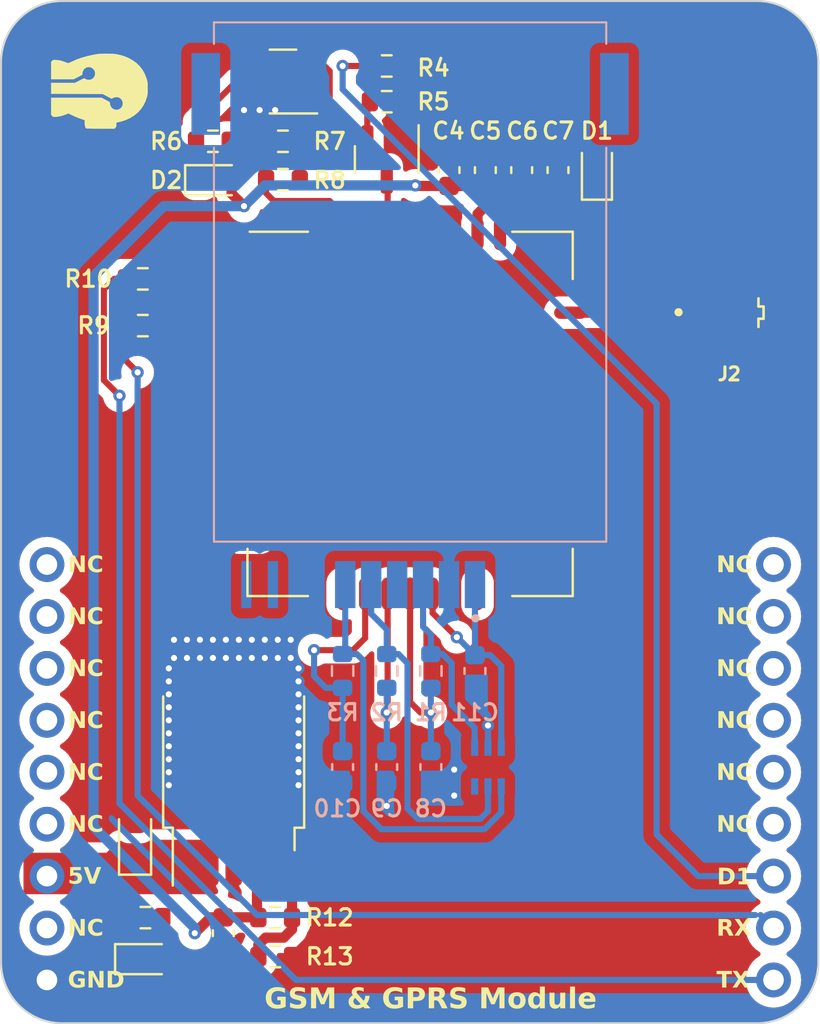
<source format=kicad_pcb>
(kicad_pcb (version 20221018) (generator pcbnew)
  (layers (0 "F.Cu" signal) (31 "B.Cu" signal) (34 "B.Paste" user) (35 "F.Paste" user) (36 "B.SilkS" user "B.Silkscreen") (37 "F.SilkS" user "F.Silkscreen") (38 "B.Mask" user) (39 "F.Mask" user) (44 "Edge.Cuts" user))
  (net 0 "")
  (net 1 "+5V")
  (net 2 "GND")
  (net 3 "SIM_RST")
  (net 4 "SIM_CLK")
  (net 5 "SIM_DATA")
  (net 6 "SIM_VCC")
  (net 7 "Net-(D2-K)")
  (net 8 "/CLK_EN")
  (net 9 "/RST_EN")
  (net 10 "/DATA_EN")
  (net 12 "Net-(D4-A)")
  (net 18 "Net-(Q1-B)")
  (net 19 "Net-(Q1-C)")
  (net 20 "Net-(Q2-B)")
  (net 21 "Net-(Q2-C)")
  (net 22 "D1")
  (net 23 "Net-(U1-NETLIGHT)")
  (net 24 "Net-(U1-UART1_RXD)")
  (net 25 "RX")
  (net 26 "Net-(U1-UART1_TXD)")
  (net 27 "TX")
  (net 28 "Net-(U3-ADJ)")
  (net 63 "+4V")
  (net 64 "Net-(U1-GSM_ANT)")
  (footprint "Resistor_SMD:R_0603_1608Metric" (layer "F.Cu") (at 84.328 66.294 180)
    (fp_text reference "R9" (at 2.413 0) (layer "F.SilkS") (effects (font (size 0.8 0.8) (thickness 0.15) bold)))
    (fp_text value "1k")
    (pad "1" smd roundrect (at -0.825 0 180) (size 0.8 0.95) (layers "F.Cu" "F.Paste" "F.Mask") (net 24 "Net-(U1-UART1_RXD)"))
    (pad "2" smd roundrect (at 0.825 0 180) (size 0.8 0.95) (layers "F.Cu" "F.Paste" "F.Mask") (net 25 "RX"))
  )
  (footprint "Diode_SMD:D_0603_1608Metric" (layer "F.Cu") (at 106.553 58.6485 90)
    (fp_text reference "D1" (at 1.8795 0 180) (layer "F.SilkS") (effects (font (size 0.8 0.8) (thickness 0.15) bold)))
    (fp_text value "5.1V")
    (pad "1" smd roundrect (at -0.7875 0 90) (size 0.875 0.95) (layers "F.Cu" "F.Paste" "F.Mask") (net 63 "+4V"))
    (pad "2" smd roundrect (at 0.7875 0 90) (size 0.875 0.95) (layers "F.Cu" "F.Paste" "F.Mask") (net 2 "GND"))
  )
  (footprint "Resistor_SMD:R_0603_1608Metric" (layer "F.Cu") (at 90.806 97.155)
    (fp_text reference "R13" (at 2.667 0) (layer "F.SilkS") (effects (font (size 0.8 0.8) (thickness 0.15) bold)))
    (fp_text value "100r")
    (pad "1" smd roundrect (at -0.825 0) (size 0.8 0.95) (layers "F.Cu" "F.Paste" "F.Mask") (net 28 "Net-(U3-ADJ)"))
    (pad "2" smd roundrect (at 0.825 0) (size 0.8 0.95) (layers "F.Cu" "F.Paste" "F.Mask") (net 2 "GND"))
  )
  (footprint "Resistor_SMD:R_0603_1608Metric" (layer "F.Cu") (at 96.266 53.594)
    (fp_text reference "R4" (at 2.286 0.097) (layer "F.SilkS") (effects (font (size 0.8 0.8) (thickness 0.15) bold)))
    (fp_text value "4.7k")
    (pad "1" smd roundrect (at -0.825 0) (size 0.8 0.95) (layers "F.Cu" "F.Paste" "F.Mask") (net 22 "D1"))
    (pad "2" smd roundrect (at 0.825 0) (size 0.8 0.95) (layers "F.Cu" "F.Paste" "F.Mask") (net 18 "Net-(Q1-B)"))
  )
  (footprint "Moduler_:pin_header_5-3" (layer "F.Cu") (at 97.38663 88.171433)
    (fp_text reference "U2" hide)
    (fp_text value "~")
    (fp_text user "NC" (at 15.014634 -7.143598 unlocked) (layer "F.SilkS") (effects (font (size 0.8 0.8) (thickness 0.2) bold) (justify left bottom)))
    (fp_text user "NC" (at 15.014634 -7.143598 unlocked) (layer "F.SilkS") (effects (font (size 0.8 0.8) (thickness 0.2) bold) (justify left bottom)))
    (fp_text user "NC" (at -16.735366 -4.603598 unlocked) (layer "F.SilkS") (effects (font (size 0.8 0.8) (thickness 0.2) bold) (justify left bottom)))
    (fp_text user "NC" (at 15.014634 -9.683598 unlocked) (layer "F.SilkS") (effects (font (size 0.8 0.8) (thickness 0.2) bold) (justify left bottom)))
    (fp_text user "GND" (at -16.735366 10.636402 unlocked) (layer "F.SilkS") (effects (font (size 0.8 0.8) (thickness 0.2) bold) (justify left bottom)))
    (fp_text user "NC" (at 15.014634 -4.603598 unlocked) (layer "F.SilkS") (effects (font (size 0.8 0.8) (thickness 0.2) bold) (justify left bottom)))
    (fp_text user "NC" (at -16.735366 -2.063598 unlocked) (layer "F.SilkS") (effects (font (size 0.8 0.8) (thickness 0.2) bold) (justify left bottom)))
    (fp_text user "NC" (at -16.735366 -9.683598 unlocked) (layer "F.SilkS") (effects (font (size 0.8 0.8) (thickness 0.2) bold) (justify left bottom)))
    (fp_text user "NC" (at -16.735366 0.476402 unlocked) (layer "F.SilkS") (effects (font (size 0.8 0.8) (thickness 0.2) bold) (justify left bottom)))
    (fp_text user "TX" (at 15.014634 10.636402 unlocked) (layer "F.SilkS") (effects (font (size 0.8 0.8) (thickness 0.2) bold) (justify left bottom)))
    (fp_text user "NC" (at -16.735366 -4.603598 unlocked) (layer "F.SilkS") (effects (font (size 0.8 0.8) (thickness 0.2) bold) (justify left bottom)))
    (fp_text user "NC" (at 15.014634 0.476402 unlocked) (layer "F.SilkS") (effects (font (size 0.8 0.8) (thickness 0.2) bold) (justify left bottom)))
    (fp_text user "NC" (at 15.014634 0.476402 unlocked) (layer "F.SilkS") (effects (font (size 0.8 0.8) (thickness 0.2) bold) (justify left bottom)))
    (fp_text user "NC" (at -16.735366 -7.143598 unlocked) (layer "F.SilkS") (effects (font (size 0.8 0.8) (thickness 0.2) bold) (justify left bottom)))
    (fp_text user "NC" (at 15.014634 -2.063598 unlocked) (layer "F.SilkS") (effects (font (size 0.8 0.8) (thickness 0.2) bold) (justify left bottom)))
    (fp_text user "NC" (at -16.735366 8.096402 unlocked) (layer "F.SilkS") (effects (font (size 0.8 0.8) (thickness 0.2) bold) (justify left bottom)))
    (fp_text user "RX" (at 15.014634 8.096402 unlocked) (layer "F.SilkS") (effects (font (size 0.8 0.8) (thickness 0.2) bold) (justify left bottom)))
    (fp_text user "GSM & GPRS Module" (at -7.111 11.684 unlocked) (layer "F.SilkS") (effects (font (thickness 0.2) bold) (justify left bottom)))
    (fp_text user "D1" (at 15.0368 5.588 unlocked) (layer "F.SilkS") (effects (font (size 0.8 0.8) (thickness 0.2) bold) (justify left bottom)))
    (fp_text user "NC" (at 15.014634 3.016402 unlocked) (layer "F.SilkS") (effects (font (size 0.8 0.8) (thickness 0.2) bold) (justify left bottom)))
    (fp_text user "5V" (at -16.735366 5.556402 unlocked) (layer "F.SilkS") (effects (font (size 0.8 0.8) (thickness 0.2) bold) (justify left bottom)))
    (fp_text user "NC" (at 15.014634 -4.603598 unlocked) (layer "F.SilkS") (effects (font (size 0.8 0.8) (thickness 0.2) bold) (justify left bottom)))
    (fp_text user "NC" (at 15.014634 -9.683598 unlocked) (layer "F.SilkS") (effects (font (size 0.8 0.8) (thickness 0.2) bold) (justify left bottom)))
    (fp_text user "NC" (at -16.735366 3.016402 unlocked) (layer "F.SilkS") (effects (font (size 0.8 0.8) (thickness 0.2) bold) (justify left bottom)))
    (fp_text user "NC" (at -16.735366 -7.143598 unlocked) (layer "F.SilkS") (effects (font (size 0.8 0.8) (thickness 0.2) bold) (justify left bottom)))
    (fp_text user "NC" (at 15.014634 -2.063598 unlocked) (layer "F.SilkS") (effects (font (size 0.8 0.8) (thickness 0.2) bold) (justify left bottom)))
    (fp_text user "NC" (at -16.735366 -2.063598 unlocked) (layer "F.SilkS") (effects (font (size 0.8 0.8) (thickness 0.2) bold) (justify left bottom)))
    (fp_poly (pts (xy 17.154627 -37.750531) (xy 17.306893 -37.738952) (xy 17.456945 -37.719884) (xy 17.604595 -37.693514) (xy 17.749655 -37.660032) (xy 17.891935 -37.619627) (xy 18.031248 -37.572485) (xy 18.167406 -37.518797) (xy 18.300219 -37.458749) (xy 18.429499 -37.392531) (xy 18.555059 -37.320331) (xy 18.676709 -37.242337) (xy 18.794262 -37.158739) (xy 18.907528 -37.069723) (xy 19.01632 -36.975479) (xy 19.120449 -36.876195) (xy 19.219726 -36.772059) (xy 19.313964 -36.66326) (xy 19.402974 -36.549986) (xy 19.486568 -36.432426) (xy 19.564556 -36.310768) (xy 19.636751 -36.1852) (xy 19.702965 -36.055911) (xy 19.763009 -35.923089) (xy 19.816694 -35.786922) (xy 19.863832 -35.6476) (xy 19.904235 -35.50531) (xy 19.937715 -35.360241) (xy 19.964083 -35.212581) (xy 19.98315 -35.062518) (xy 19.994728 -34.910242) (xy 19.99863 -34.755939) (xy 19.99863 9.244306) (xy 19.994728 9.398609) (xy 19.98315 9.550885) (xy 19.964083 9.700948) (xy 19.937715 9.848608) (xy 19.904235 9.993677) (xy 19.863832 10.135968) (xy 19.816694 10.27529) (xy 19.763009 10.411456) (xy 19.702965 10.544278) (xy 19.636751 10.673567) (xy 19.564556 10.799135) (xy 19.486568 10.920794) (xy 19.402974 11.038354) (xy 19.313964 11.151628) (xy 19.219726 11.260427) (xy 19.120449 11.364562) (xy 19.01632 11.463846) (xy 18.907528 11.55809) (xy 18.794262 11.647106) (xy 18.676709 11.730705) (xy 18.555059 11.808698) (xy 18.429499 11.880898) (xy 18.300219 11.947116) (xy 18.167406 12.007163) (xy 18.031248 12.060852) (xy 17.891935 12.107993) (xy 17.749655 12.148399) (xy 17.604595 12.181881) (xy 17.456945 12.20825) (xy 17.306893 12.227319) (xy 17.154627 12.238898) (xy 17.000335 12.2428) (xy -17.000335 12.2428) (xy -17.154626 12.238898) (xy -17.306893 12.227319) (xy -17.456945 12.20825) (xy -17.604596 12.181881) (xy -17.749655 12.148399) (xy -17.891936 12.107993) (xy -18.031249 12.060852) (xy -18.167406 12.007163) (xy -18.30022 11.947116) (xy -18.4295 11.880898) (xy -18.55506 11.808698) (xy -18.67671 11.730705) (xy -18.794262 11.647106) (xy -18.907529 11.55809) (xy -19.016321 11.463846) (xy -19.120449 11.364562) (xy -19.219727 11.260427) (xy -19.313965 11.151628) (xy -19.402975 11.038354) (xy -19.486568 10.920794) (xy -19.564556 10.799135) (xy -19.636752 10.673567) (xy -19.702965 10.544278) (xy -19.763009 10.411456) (xy -19.816694 10.27529) (xy -19.863832 10.135968) (xy -19.904235 9.993677) (xy -19.937715 9.848608) (xy -19.964083 9.700948) (xy -19.98315 9.550885) (xy -19.994728 9.398609) (xy -19.99863 9.244306) (xy -19.99863 -34.755939) (xy -19.994728 -34.910242) (xy -19.98315 -35.062518) (xy -19.964083 -35.212581) (xy -19.937715 -35.360241) (xy -19.904235 -35.50531) (xy -19.863832 -35.6476) (xy -19.816694 -35.786922) (xy -19.763009 -35.923089) (xy -19.702965 -36.055911) (xy -19.636752 -36.1852) (xy -19.564556 -36.310768) (xy -19.486568 -36.432426) (xy -19.402975 -36.549986) (xy -19.313965 -36.66326) (xy -19.219727 -36.772059) (xy -19.120449 -36.876195) (xy -19.016321 -36.975479) (xy -18.907529 -37.069723) (xy -18.794262 -37.158739) (xy -18.67671 -37.242337) (xy -18.55506 -37.320331) (xy -18.4295 -37.392531) (xy -18.30022 -37.458749) (xy -18.167406 -37.518797) (xy -18.031249 -37.572485) (xy -17.891936 -37.619627) (xy -17.749655 -37.660032) (xy -17.604596 -37.693514) (xy -17.456945 -37.719884) (xy -17.306893 -37.738952) (xy -17.154626 -37.750531) (xy -17.000335 -37.754433) (xy 17.000335 -37.754433)) (stroke (width 0.1)) (fill none) (layer "Edge.Cuts"))
    (pad "1" thru_hole oval (at -17.751366 -10.191598) (size 1.7 1.7) (drill 1) (layers "*.Cu" "*.Mask"))
    (pad "1" thru_hole oval (at -17.751366 -10.191598) (size 1.7 1.7) (drill 1) (layers "*.Cu" "*.Mask"))
    (pad "2" thru_hole oval (at -17.751366 -7.651598) (size 1.7 1.7) (drill 1) (layers "*.Cu" "*.Mask"))
    (pad "2" thru_hole oval (at -17.751366 -7.651598) (size 1.7 1.7) (drill 1) (layers "*.Cu" "*.Mask"))
    (pad "3" thru_hole oval (at -17.751366 -5.111598) (size 1.7 1.7) (drill 1) (layers "*.Cu" "*.Mask"))
    (pad "3" thru_hole oval (at -17.751366 -5.111598) (size 1.7 1.7) (drill 1) (layers "*.Cu" "*.Mask"))
    (pad "4" thru_hole oval (at -17.751366 -2.571598) (size 1.7 1.7) (drill 1) (layers "*.Cu" "*.Mask"))
    (pad "4" thru_hole oval (at -17.751366 -2.571598) (size 1.7 1.7) (drill 1) (layers "*.Cu" "*.Mask"))
    (pad "5" thru_hole oval (at -17.751366 -0.031598) (size 1.7 1.7) (drill 1) (layers "*.Cu" "*.Mask"))
    (pad "5" thru_hole oval (at -17.751366 -0.031598) (size 1.7 1.7) (drill 1) (layers "*.Cu" "*.Mask"))
    (pad "6" thru_hole oval (at -17.751366 2.508402) (size 1.7 1.7) (drill 1) (layers "*.Cu" "*.Mask"))
    (pad "6" thru_hole oval (at -17.751366 2.508402) (size 1.7 1.7) (drill 1) (layers "*.Cu" "*.Mask"))
    (pad "7" thru_hole oval (at -17.751366 5.048402) (size 1.7 1.7) (drill 1) (layers "*.Cu" "*.Mask") (net 1 "+5V"))
    (pad "7" thru_hole oval (at -17.751366 5.048402) (size 1.7 1.7) (drill 1) (layers "*.Cu" "*.Mask") (net 1 "+5V"))
    (pad "8" thru_hole oval (at -17.751366 7.588402) (size 1.7 1.7) (drill 1) (layers "*.Cu" "*.Mask"))
    (pad "8" thru_hole oval (at -17.751366 7.588402) (size 1.7 1.7) (drill 1) (layers "*.Cu" "*.Mask"))
    (pad "9" thru_hole oval (at -17.751366 10.128402) (size 1.7 1.7) (drill 1) (layers "*.Cu" "*.Mask") (net 2 "GND"))
    (pad "9" thru_hole oval (at -17.751366 10.128402) (size 1.7 1.7) (drill 1) (layers "*.Cu" "*.Mask") (net 2 "GND"))
    (pad "10" thru_hole oval (at 17.808634 10.128402) (size 1.7 1.7) (drill 1) (layers "*.Cu" "*.Mask") (net 27 "TX"))
    (pad "10" thru_hole oval (at 17.808634 10.128402) (size 1.7 1.7) (drill 1) (layers "*.Cu" "*.Mask") (net 27 "TX"))
    (pad "11" thru_hole oval (at 17.808634 7.588402) (size 1.7 1.7) (drill 1) (layers "*.Cu" "*.Mask") (net 25 "RX"))
    (pad "11" thru_hole oval (at 17.808634 7.588402) (size 1.7 1.7) (drill 1) (layers "*.Cu" "*.Mask") (net 25 "RX"))
    (pad "12" thru_hole oval (at 17.808634 5.048402) (size 1.7 1.7) (drill 1) (layers "*.Cu" "*.Mask") (net 22 "D1"))
    (pad "12" thru_hole oval (at 17.808634 5.048402) (size 1.7 1.7) (drill 1) (layers "*.Cu" "*.Mask") (net 22 "D1"))
    (pad "13" thru_hole oval (at 17.808634 2.508402) (size 1.7 1.7) (drill 1) (layers "*.Cu" "*.Mask"))
    (pad "13" thru_hole oval (at 17.808634 2.508402) (size 1.7 1.7) (drill 1) (layers "*.Cu" "*.Mask"))
    (pad "14" thru_hole oval (at 17.808634 -0.031598) (size 1.7 1.7) (drill 1) (layers "*.Cu" "*.Mask"))
    (pad "14" thru_hole oval (at 17.808634 -0.031598) (size 1.7 1.7) (drill 1) (layers "*.Cu" "*.Mask"))
    (pad "15" thru_hole oval (at 17.808634 -2.571598) (size 1.7 1.7) (drill 1) (layers "*.Cu" "*.Mask"))
    (pad "15" thru_hole oval (at 17.808634 -2.571598) (size 1.7 1.7) (drill 1) (layers "*.Cu" "*.Mask"))
    (pad "16" thru_hole oval (at 17.808634 -5.111598) (size 1.7 1.7) (drill 1) (layers "*.Cu" "*.Mask"))
    (pad "16" thru_hole oval (at 17.808634 -5.111598) (size 1.7 1.7) (drill 1) (layers "*.Cu" "*.Mask"))
    (pad "17" thru_hole oval (at 17.808634 -7.651598) (size 1.7 1.7) (drill 1) (layers "*.Cu" "*.Mask"))
    (pad "17" thru_hole oval (at 17.808634 -7.651598) (size 1.7 1.7) (drill 1) (layers "*.Cu" "*.Mask"))
    (pad "18" thru_hole oval (at 17.808634 -10.191598) (size 1.7 1.7) (drill 1) (layers "*.Cu" "*.Mask"))
    (pad "18" thru_hole oval (at 17.808634 -10.191598) (size 1.7 1.7) (drill 1) (layers "*.Cu" "*.Mask"))
  )
  (footprint "LED_SMD:LED_0603_1608Metric" (layer "F.Cu") (at 84.456 97.282)
    (fp_text reference "D4" hide)
    (fp_text value "LED")
    (pad "1" smd roundrect (at -0.7875 0) (size 0.875 0.95) (layers "F.Cu" "F.Paste" "F.Mask") (net 2 "GND"))
    (pad "2" smd roundrect (at 0.7875 0) (size 0.875 0.95) (layers "F.Cu" "F.Paste" "F.Mask") (net 12 "Net-(D4-A)"))
  )
  (footprint "Resistor_SMD:R_0603_1608Metric" (layer "F.Cu") (at 90.806 95.25)
    (fp_text reference "R12" (at 2.667 0) (layer "F.SilkS") (effects (font (size 0.8 0.8) (thickness 0.15) bold)))
    (fp_text value "220r")
    (pad "1" smd roundrect (at -0.825 0) (size 0.8 0.95) (layers "F.Cu" "F.Paste" "F.Mask") (net 63 "+4V"))
    (pad "2" smd roundrect (at 0.825 0) (size 0.8 0.95) (layers "F.Cu" "F.Paste" "F.Mask") (net 28 "Net-(U3-ADJ)"))
  )
  (footprint "Resistor_SMD:R_0603_1608Metric" (layer "F.Cu") (at 91.186 59.152)
    (fp_text reference "R8" (at 2.286 0.03) (layer "F.SilkS") (effects (font (size 0.8 0.8) (thickness 0.15) bold)))
    (fp_text value "4.7k")
    (pad "1" smd roundrect (at -0.825 0) (size 0.8 0.95) (layers "F.Cu" "F.Paste" "F.Mask") (net 23 "Net-(U1-NETLIGHT)"))
    (pad "2" smd roundrect (at 0.825 0) (size 0.8 0.95) (layers "F.Cu" "F.Paste" "F.Mask") (net 20 "Net-(Q2-B)"))
  )
  (footprint "Package_TO_SOT_SMD:SOT-23" (layer "F.Cu") (at 96.266 58.166 -90)
    (fp_text reference "Q1" hide)
    (fp_text value "S8050")
    (pad "1" smd roundrect (at -0.9375 -0.95 270) (size 1.475 0.6) (layers "F.Cu" "F.Paste" "F.Mask") (net 2 "GND"))
    (pad "2" smd roundrect (at -0.9375 0.95 270) (size 1.475 0.6) (layers "F.Cu" "F.Paste" "F.Mask") (net 18 "Net-(Q1-B)"))
    (pad "3" smd roundrect (at 0.9375 0 270) (size 1.475 0.6) (layers "F.Cu" "F.Paste" "F.Mask") (net 19 "Net-(Q1-C)"))
  )
  (footprint "Capacitor_SMD:C_0603_1608Metric" (layer "F.Cu") (at 102.87 58.687 90)
    (fp_text reference "C6" (at 1.918 0.03 180) (layer "F.SilkS") (effects (font (size 0.8 0.8) (thickness 0.15) bold)))
    (fp_text value "33pF")
    (pad "1" smd roundrect (at -0.775 0 90) (size 0.9 0.95) (layers "F.Cu" "F.Paste" "F.Mask") (net 63 "+4V"))
    (pad "2" smd roundrect (at 0.775 0 90) (size 0.9 0.95) (layers "F.Cu" "F.Paste" "F.Mask") (net 2 "GND"))
  )
  (footprint "RF_GSM:SIMCom_SIM800C" (layer "F.Cu") (at 97.409 70.612)
    (fp_text reference "U1" hide)
    (fp_text value "SIM800C")
    (pad "1" smd oval (at -7.85 -6.05) (size 1.6 0.6) (layers "F.Cu" "F.Mask") (net 26 "Net-(U1-UART1_TXD)"))
    (pad "2" smd oval (at -7.85 -4.95) (size 1.6 0.6) (layers "F.Cu" "F.Mask") (net 24 "Net-(U1-UART1_RXD)"))
    (pad "3" smd oval (at -7.85 -3.85) (size 1.6 0.6) (layers "F.Cu" "F.Mask"))
    (pad "4" smd oval (at -7.85 -2.75) (size 1.6 0.6) (layers "F.Cu" "F.Mask"))
    (pad "5" smd oval (at -7.85 -1.65) (size 1.6 0.6) (layers "F.Cu" "F.Mask"))
    (pad "6" smd oval (at -7.85 -0.55) (size 1.6 0.6) (layers "F.Cu" "F.Mask"))
    (pad "7" smd oval (at -7.85 0.55) (size 1.6 0.6) (layers "F.Cu" "F.Mask"))
    (pad "8" smd oval (at -7.85 1.65) (size 1.6 0.6) (layers "F.Cu" "F.Mask") (net 2 "GND"))
    (pad "9" smd oval (at -7.85 2.75) (size 1.6 0.6) (layers "F.Cu" "F.Mask"))
    (pad "10" smd oval (at -7.85 3.85) (size 1.6 0.6) (layers "F.Cu" "F.Mask"))
    (pad "11" smd oval (at -7.85 4.95) (size 1.6 0.6) (layers "F.Cu" "F.Mask"))
    (pad "12" smd oval (at -7.85 6.05) (size 1.6 0.6) (layers "F.Cu" "F.Mask"))
    (pad "13" smd oval (at -4.4 8.8) (size 0.6 1.6) (layers "F.Cu" "F.Mask") (net 2 "GND"))
    (pad "14" smd oval (at -3.3 8.8) (size 0.6 1.6) (layers "F.Cu" "F.Mask"))
    (pad "15" smd oval (at -2.2 8.8) (size 0.6 1.6) (layers "F.Cu" "F.Mask") (net 5 "SIM_DATA"))
    (pad "16" smd oval (at -1.1 8.8) (size 0.6 1.6) (layers "F.Cu" "F.Mask") (net 4 "SIM_CLK"))
    (pad "17" smd oval (at 0 8.8) (size 0.6 1.6) (layers "F.Cu" "F.Mask") (net 3 "SIM_RST"))
    (pad "18" smd oval (at 1.1 8.8) (size 0.6 1.6) (layers "F.Cu" "F.Mask") (net 6 "SIM_VCC"))
    (pad "19" smd oval (at 2.2 8.8) (size 0.6 1.6) (layers "F.Cu" "F.Mask") (net 2 "GND"))
    (pad "20" smd oval (at 3.3 8.8) (size 0.6 1.6) (layers "F.Cu" "F.Mask"))
    (pad "21" smd oval (at 4.4 8.8) (size 0.6 1.6) (layers "F.Cu" "F.Mask") (net 2 "GND"))
    (pad "22" smd oval (at 7.85 6.05) (size 1.6 0.6) (layers "F.Cu" "F.Mask"))
    (pad "23" smd oval (at 7.85 4.95) (size 1.6 0.6) (layers "F.Cu" "F.Mask"))
    (pad "24" smd oval (at 7.85 3.85) (size 1.6 0.6) (layers "F.Cu" "F.Mask"))
    (pad "25" smd oval (at 7.85 2.75) (size 1.6 0.6) (layers "F.Cu" "F.Mask"))
    (pad "26" smd oval (at 7.85 1.65) (size 1.6 0.6) (layers "F.Cu" "F.Mask"))
    (pad "27" smd oval (at 7.85 0.55) (size 1.6 0.6) (layers "F.Cu" "F.Mask") (net 2 "GND"))
    (pad "28" smd oval (at 7.85 -0.55) (size 1.6 0.6) (layers "F.Cu" "F.Mask"))
    (pad "29" smd oval (at 7.85 -1.65) (size 1.6 0.6) (layers "F.Cu" "F.Mask"))
    (pad "30" smd oval (at 7.85 -2.75) (size 1.6 0.6) (layers "F.Cu" "F.Mask") (net 2 "GND"))
    (pad "31" smd oval (at 7.85 -3.85) (size 1.6 0.6) (layers "F.Cu" "F.Mask") (net 2 "GND"))
    (pad "32" smd oval (at 7.85 -4.95) (size 1.6 0.6) (layers "F.Cu" "F.Mask") (net 64 "Net-(U1-GSM_ANT)"))
    (pad "33" smd oval (at 7.85 -6.05) (size 1.6 0.6) (layers "F.Cu" "F.Mask") (net 2 "GND"))
    (pad "34" smd oval (at 4.4 -8.8) (size 0.6 1.6) (layers "F.Cu" "F.Mask") (net 63 "+4V"))
    (pad "35" smd oval (at 3.3 -8.8) (size 0.6 1.6) (layers "F.Cu" "F.Mask") (net 63 "+4V"))
    (pad "36" smd oval (at 2.2 -8.8) (size 0.6 1.6) (layers "F.Cu" "F.Mask") (net 2 "GND"))
    (pad "37" smd oval (at 1.1 -8.8) (size 0.6 1.6) (layers "F.Cu" "F.Mask") (net 2 "GND"))
    (pad "38" smd oval (at 0 -8.8) (size 0.6 1.6) (layers "F.Cu" "F.Mask"))
    (pad "39" smd oval (at -1.1 -8.8) (size 0.6 1.6) (layers "F.Cu" "F.Mask") (net 19 "Net-(Q1-C)"))
    (pad "40" smd oval (at -2.2 -8.8) (size 0.6 1.6) (layers "F.Cu" "F.Mask"))
    (pad "41" smd oval (at -3.3 -8.8) (size 0.6 1.6) (layers "F.Cu" "F.Mask") (net 23 "Net-(U1-NETLIGHT)"))
    (pad "42" smd oval (at -4.4 -8.8) (size 0.6 1.6) (layers "F.Cu" "F.Mask"))
  )
  (footprint "Capacitor_SMD:C_0603_1608Metric" (layer "F.Cu") (at 104.648 58.687 90)
    (fp_text reference "C7" (at 1.918 0.0092 180) (layer "F.SilkS") (effects (font (size 0.8 0.8) (thickness 0.15) bold)))
    (fp_text value "10pF")
    (pad "1" smd roundrect (at -0.775 0 90) (size 0.9 0.95) (layers "F.Cu" "F.Paste" "F.Mask") (net 63 "+4V"))
    (pad "2" smd roundrect (at 0.775 0 90) (size 0.9 0.95) (layers "F.Cu" "F.Paste" "F.Mask") (net 2 "GND"))
  )
  (footprint "Resistor_SMD:R_0603_1608Metric" (layer "F.Cu") (at 91.186 57.277)
    (fp_text reference "R7" (at 2.286 0) (layer "F.SilkS") (effects (font (size 0.8 0.8) (thickness 0.15) bold)))
    (fp_text value "44.2k")
    (pad "1" smd roundrect (at -0.825 0) (size 0.8 0.95) (layers "F.Cu" "F.Paste" "F.Mask") (net 2 "GND"))
    (pad "2" smd roundrect (at 0.825 0) (size 0.8 0.95) (layers "F.Cu" "F.Paste" "F.Mask") (net 20 "Net-(Q2-B)"))
  )
  (footprint "Package_TO_SOT_SMD:SOT-23" (layer "F.Cu") (at 91.186 54.356 180)
    (fp_text reference "Q2" hide)
    (fp_text value "S8050")
    (pad "1" smd roundrect (at -0.9375 -0.95 180) (size 1.475 0.6) (layers "F.Cu" "F.Paste" "F.Mask") (net 2 "GND"))
    (pad "2" smd roundrect (at -0.9375 0.95 180) (size 1.475 0.6) (layers "F.Cu" "F.Paste" "F.Mask") (net 20 "Net-(Q2-B)"))
    (pad "3" smd roundrect (at 0.9375 0 180) (size 1.475 0.6) (layers "F.Cu" "F.Paste" "F.Mask") (net 21 "Net-(Q2-C)"))
  )
  (footprint "Resistor_SMD:R_0603_1608Metric" (layer "F.Cu") (at 84.456 95.25)
    (fp_text reference "R11" hide)
    (fp_text value "R")
    (pad "1" smd roundrect (at -0.825 0) (size 0.8 0.95) (layers "F.Cu" "F.Paste" "F.Mask") (net 1 "+5V"))
    (pad "2" smd roundrect (at 0.825 0) (size 0.8 0.95) (layers "F.Cu" "F.Paste" "F.Mask") (net 12 "Net-(D4-A)"))
  )
  (footprint "Capacitor_Tantalum_SMD:CP_EIA-2012-12_Kemet-R" (layer "F.Cu") (at 83.948 91.44 90)
    (fp_text reference "C1" hide)
    (fp_text value "10uF")
    (pad "1" smd roundrect (at -0.8875 0 90) (size 1.125 1.05) (layers "F.Cu" "F.Paste" "F.Mask") (roundrect_rratio 0.238095) (net 1 "+5V"))
    (pad "2" smd roundrect (at 0.8875 0 90) (size 1.125 1.05) (layers "F.Cu" "F.Paste" "F.Mask") (roundrect_rratio 0.238095) (net 2 "GND"))
  )
  (footprint "L-KLS1-IPEX-20279-001E-0:L-KLS1-IPEX-20279-001E-0" (layer "F.Cu") (at 113.158 65.659 180)
    (fp_text reference "J2" (at 0.12855 -3.00313) (layer "F.SilkS") (effects (font (size 0.64063 0.64063))))
    (fp_text value "20279-001E-01")
    (pad "1" smd rect (at 1.525 0 180) (size 1.05 1) (layers "F.Cu" "F.Paste" "F.Mask") (net 64 "Net-(U1-GSM_ANT)"))
    (pad "2" smd rect (at 0 -1.475 180) (size 2.2 1.05) (layers "F.Cu" "F.Paste" "F.Mask") (net 2 "GND"))
    (pad "3" smd rect (at 0 1.475 180) (size 2.2 1.05) (layers "F.Cu" "F.Paste" "F.Mask") (net 2 "GND"))
    (zone (net 0) (net_name "") (layer "F.Cu") (connect_pads (clearance 0)) (min_thickness 0.01)
      (keepout (tracks not_allowed) (vias not_allowed) (pads not_allowed) (copperpour not_allowed) (footprints allowed))
      (fill (thermal_gap 0.508) (thermal_bridge_width 0.508))
      (polygon (pts (xy 114.258 66.609) (xy 112.158 66.609) (xy 112.158 64.709) (xy 114.258 64.709)))
    )
  )
  (footprint "Resistor_SMD:R_0603_1608Metric" (layer "F.Cu") (at 96.266 55.342)
    (fp_text reference "R5" (at 2.286 0) (layer "F.SilkS") (effects (font (size 0.8 0.8) (thickness 0.15) bold)))
    (fp_text value "44.2k")
    (pad "1" smd roundrect (at -0.825 0) (size 0.8 0.95) (layers "F.Cu" "F.Paste" "F.Mask") (net 18 "Net-(Q1-B)"))
    (pad "2" smd roundrect (at 0.825 0) (size 0.8 0.95) (layers "F.Cu" "F.Paste" "F.Mask") (net 2 "GND"))
  )
  (footprint "Capacitor_SMD:C_0603_1608Metric" (layer "F.Cu") (at 101.092 58.687 90)
    (fp_text reference "C5" (at 1.918 0 180) (layer "F.SilkS") (effects (font (size 0.8 0.8) (thickness 0.15) bold)))
    (fp_text value "100nF")
    (pad "1" smd roundrect (at -0.775 0 90) (size 0.9 0.95) (layers "F.Cu" "F.Paste" "F.Mask") (net 63 "+4V"))
    (pad "2" smd roundrect (at 0.775 0 90) (size 0.9 0.95) (layers "F.Cu" "F.Paste" "F.Mask") (net 2 "GND"))
  )
  (footprint "Capacitor_SMD:C_0603_1608Metric" (layer "F.Cu") (at 99.314 58.687 90)
    (fp_text reference "C4" (at 1.918 -0.03 180) (layer "F.SilkS") (effects (font (size 0.8 0.8) (thickness 0.15) bold)))
    (fp_text value "47uF")
    (pad "1" smd roundrect (at -0.775 0 90) (size 0.9 0.95) (layers "F.Cu" "F.Paste" "F.Mask") (net 63 "+4V"))
    (pad "2" smd roundrect (at 0.775 0 90) (size 0.9 0.95) (layers "F.Cu" "F.Paste" "F.Mask") (net 2 "GND"))
  )
  (footprint "Resistor_SMD:R_0603_1608Metric" (layer "F.Cu") (at 87.757 57.277)
    (fp_text reference "R6" (at -2.286 0) (layer "F.SilkS") (effects (font (size 0.8 0.8) (thickness 0.15) bold)))
    (fp_text value "2k")
    (pad "1" smd roundrect (at -0.825 0) (size 0.8 0.95) (layers "F.Cu" "F.Paste" "F.Mask") (net 21 "Net-(Q2-C)"))
    (pad "2" smd roundrect (at 0.825 0) (size 0.8 0.95) (layers "F.Cu" "F.Paste" "F.Mask") (net 7 "Net-(D2-K)"))
  )
  (footprint "Package_TO_SOT_SMD:TO-252-5_TabPin3" (layer "F.Cu") (at 88.774 87.543 90)
    (fp_text reference "U3" hide)
    (fp_text value "MIC29302AWD")
    (pad "1" smd roundrect (at -5.04 -2.28 90) (size 2.2 0.8) (layers "F.Cu" "F.Paste" "F.Mask") (net 1 "+5V"))
    (pad "2" smd roundrect (at -5.04 -1.14 90) (size 2.2 0.8) (layers "F.Cu" "F.Paste" "F.Mask") (net 1 "+5V"))
    (pad "3" smd roundrect (at -5.04 0 90) (size 2.2 0.8) (layers "F.Cu" "F.Paste" "F.Mask") (net 2 "GND"))
    (pad "3" smd roundrect (at -0.415 -1.525 90) (size 3.05 2.75) (layers "F.Cu" "F.Paste") (roundrect_rratio 0.090909) (net 2 "GND"))
    (pad "3" smd roundrect (at -0.415 1.525 90) (size 3.05 2.75) (layers "F.Cu" "F.Paste") (roundrect_rratio 0.090909) (net 2 "GND"))
    (pad "3" smd roundrect (at 1.26 0 90) (size 6.4 5.8) (layers "F.Cu" "F.Mask") (roundrect_rratio 0.043103) (net 2 "GND"))
    (pad "3" smd roundrect (at 2.935 -1.525 90) (size 3.05 2.75) (layers "F.Cu" "F.Paste") (roundrect_rratio 0.090909) (net 2 "GND"))
    (pad "3" smd roundrect (at 2.935 1.525 90) (size 3.05 2.75) (layers "F.Cu" "F.Paste") (roundrect_rratio 0.090909) (net 2 "GND"))
    (pad "4" smd roundrect (at -5.04 1.14 90) (size 2.2 0.8) (layers "F.Cu" "F.Paste" "F.Mask") (net 63 "+4V"))
    (pad "5" smd roundrect (at -5.04 2.28 90) (size 2.2 0.8) (layers "F.Cu" "F.Paste" "F.Mask") (net 28 "Net-(U3-ADJ)"))
  )
  (footprint "Resistor_SMD:R_0603_1608Metric" (layer "F.Cu") (at 84.328 64.008 180)
    (fp_text reference "R10" (at 2.667 0) (layer "F.SilkS") (effects (font (size 0.8 0.8) (thickness 0.15) bold)))
    (fp_text value "1k")
    (pad "1" smd roundrect (at -0.825 0 180) (size 0.8 0.95) (layers "F.Cu" "F.Paste" "F.Mask") (net 26 "Net-(U1-UART1_TXD)"))
    (pad "2" smd roundrect (at 0.825 0 180) (size 0.8 0.95) (layers "F.Cu" "F.Paste" "F.Mask") (net 27 "TX"))
  )
  (footprint "LED_SMD:LED_0603_1608Metric" (layer "F.Cu") (at 87.884 59.182)
    (fp_text reference "D2" (at -2.413 0) (layer "F.SilkS") (effects (font (size 0.8 0.8) (thickness 0.15) bold)))
    (fp_text value "LED")
    (pad "1" smd roundrect (at -0.7875 0) (size 0.875 0.95) (layers "F.Cu" "F.Paste" "F.Mask") (net 7 "Net-(D2-K)"))
    (pad "2" smd roundrect (at 0.7875 0) (size 0.875 0.95) (layers "F.Cu" "F.Paste" "F.Mask") (net 63 "+4V"))
  )
  (footprint "Capacitor_SMD:C_0603_1608Metric" (layer "F.Cu") (at 88.266 96.012 -90)
    (fp_text reference "C2" hide)
    (fp_text value "22uF")
    (pad "1" smd roundrect (at -0.775 0 270) (size 0.9 0.95) (layers "F.Cu" "F.Paste" "F.Mask") (net 63 "+4V"))
    (pad "2" smd roundrect (at 0.775 0 270) (size 0.9 0.95) (layers "F.Cu" "F.Paste" "F.Mask") (net 2 "GND"))
  )
  (footprint "Resistor_SMD:R_0603_1608Metric" (layer "B.Cu") (at 98.425 83.185 90)
    (fp_text reference "R1" (at -2.032 0 180) (layer "B.SilkS") (effects (font (size 0.8 0.8) (thickness 0.15) bold) (justify mirror)))
    (fp_text value "51r")
    (pad "1" smd roundrect (at -0.825 0 90) (size 0.8 0.95) (layers "B.Cu" "B.Paste" "B.Mask") (net 3 "SIM_RST"))
    (pad "2" smd roundrect (at 0.825 0 90) (size 0.8 0.95) (layers "B.Cu" "B.Paste" "B.Mask") (net 9 "/RST_EN"))
  )
  (footprint "Capacitor_SMD:C_0603_1608Metric" (layer "B.Cu") (at 96.266 87.884 -90)
    (fp_text reference "C9" (at 2.032 0 -180) (layer "B.SilkS") (effects (font (size 0.8 0.8) (thickness 0.15) bold) (justify mirror)))
    (fp_text value "22pF")
    (pad "1" smd roundrect (at -0.775 0 270) (size 0.9 0.95) (layers "B.Cu" "B.Paste" "B.Mask") (net 4 "SIM_CLK"))
    (pad "2" smd roundrect (at 0.775 0 270) (size 0.9 0.95) (layers "B.Cu" "B.Paste" "B.Mask") (net 2 "GND"))
  )
  (footprint "Resistor_SMD:R_0603_1608Metric" (layer "B.Cu") (at 96.266 83.185 90)
    (fp_text reference "R2" (at -2.032 0) (layer "B.SilkS") (effects (font (size 0.8 0.8) (thickness 0.15) bold) (justify mirror)))
    (fp_text value "51r")
    (pad "1" smd roundrect (at -0.825 0 90) (size 0.8 0.95) (layers "B.Cu" "B.Paste" "B.Mask") (net 4 "SIM_CLK"))
    (pad "2" smd roundrect (at 0.825 0 90) (size 0.8 0.95) (layers "B.Cu" "B.Paste" "B.Mask") (net 8 "/CLK_EN"))
  )
  (footprint "Capacitor_SMD:C_0603_1608Metric" (layer "B.Cu") (at 94.107 87.884 -90)
    (fp_text reference "C10" (at 2.032 0.253 -180) (layer "B.SilkS") (effects (font (size 0.8 0.8) (thickness 0.15) bold) (justify mirror)))
    (fp_text value "22pF")
    (pad "1" smd roundrect (at -0.775 0 270) (size 0.9 0.95) (layers "B.Cu" "B.Paste" "B.Mask") (net 5 "SIM_DATA"))
    (pad "2" smd roundrect (at 0.775 0 270) (size 0.9 0.95) (layers "B.Cu" "B.Paste" "B.Mask") (net 2 "GND"))
  )
  (footprint "Capacitor_SMD:C_0603_1608Metric" (layer "B.Cu") (at 100.584 83.185 -90)
    (fp_text reference "C11" (at 2.032 0 -180) (layer "B.SilkS") (effects (font (size 0.8 0.8) (thickness 0.15) bold) (justify mirror)))
    (fp_text value "0.1uF")
    (pad "1" smd roundrect (at -0.775 0 270) (size 0.9 0.95) (layers "B.Cu" "B.Paste" "B.Mask") (net 6 "SIM_VCC"))
    (pad "2" smd roundrect (at 0.775 0 270) (size 0.9 0.95) (layers "B.Cu" "B.Paste" "B.Mask") (net 2 "GND"))
  )
  (footprint "SMF05C:SC70-6" (layer "B.Cu") (at 101.219 87.884)
    (fp_text reference "D3" hide)
    (fp_text value "SMF05C")
    (pad "1" smd rect (at -0.65 -0.95) (size 0.35 0.8) (layers "B.Cu") (net 9 "/RST_EN"))
    (pad "2" smd rect (at 0 -0.95) (size 0.35 0.8) (layers "B.Cu") (net 2 "GND"))
    (pad "3" smd rect (at 0.65 -0.95) (size 0.35 0.8) (layers "B.Cu") (net 6 "SIM_VCC"))
    (pad "4" smd rect (at 0.65 0.95) (size 0.35 0.8) (layers "B.Cu") (net 10 "/DATA_EN"))
    (pad "5" smd rect (at 0 0.95) (size 0.35 0.8) (layers "B.Cu") (net 8 "/CLK_EN"))
    (pad "6" smd rect (at -0.65 0.95) (size 0.35 0.8) (layers "B.Cu"))
  )
  (footprint "Resistor_SMD:R_0603_1608Metric" (layer "B.Cu") (at 94.107 83.185 90)
    (fp_text reference "R3" (at -2.032 0) (layer "B.SilkS") (effects (font (size 0.8 0.8) (thickness 0.15) bold) (justify mirror)))
    (fp_text value "51r")
    (pad "1" smd roundrect (at -0.825 0 90) (size 0.8 0.95) (layers "B.Cu" "B.Paste" "B.Mask") (net 5 "SIM_DATA"))
    (pad "2" smd roundrect (at 0.825 0 90) (size 0.8 0.95) (layers "B.Cu" "B.Paste" "B.Mask") (net 10 "/DATA_EN"))
  )
  (footprint "sim:LKLS1SIM06462PH185R" (layer "B.Cu") (at 97.409 65.211)
    (fp_text reference "J1" hide)
    (fp_text value "sim" hide)
    (pad "C1" smd rect (at 3.175 13.75) (size 1 2.3) (layers "B.Cu" "B.Paste" "B.Mask") (net 6 "SIM_VCC"))
    (pad "C2" smd rect (at 0.635 13.75) (size 1 2.3) (layers "B.Cu" "B.Paste" "B.Mask") (net 9 "/RST_EN"))
    (pad "C3" smd rect (at -1.905 13.75) (size 1 2.3) (layers "B.Cu" "B.Paste" "B.Mask") (net 8 "/CLK_EN"))
    (pad "C5" smd rect (at 1.905 13.75) (size 1 2.3) (layers "B.Cu" "B.Paste" "B.Mask") (net 2 "GND"))
    (pad "C6" smd rect (at -0.635 13.75) (size 1 2.3) (layers "B.Cu" "B.Paste" "B.Mask"))
    (pad "C7" smd rect (at -3.175 13.75) (size 1 2.3) (layers "B.Cu" "B.Paste" "B.Mask") (net 10 "/DATA_EN"))
    (pad "MP1" smd rect (at -10 -10.25) (size 1.4 4) (layers "B.Cu" "B.Paste" "B.Mask"))
    (pad "MP2" smd rect (at 10 -10.25) (size 1.4 4) (layers "B.Cu" "B.Paste" "B.Mask"))
    (pad "SW1" smd rect (at -6.715 13.75) (size 0.5 2.3) (layers "B.Cu" "B.Paste" "B.Mask"))
    (pad "SW2" smd rect (at -8.015 13.75) (size 0.5 2.3) (layers "B.Cu" "B.Paste" "B.Mask"))
  )
  (footprint "Capacitor_SMD:C_0603_1608Metric" (layer "B.Cu") (at 98.425 87.884 -90)
    (fp_text reference "C8" (at 2.032 0 -180) (layer "B.SilkS") (effects (font (size 0.8 0.8) (thickness 0.15) bold) (justify mirror)))
    (fp_text value "22pF")
    (pad "1" smd roundrect (at -0.775 0 270) (size 0.9 0.95) (layers "B.Cu" "B.Paste" "B.Mask") (net 3 "SIM_RST"))
    (pad "2" smd roundrect (at 0.775 0 270) (size 0.9 0.95) (layers "B.Cu" "B.Paste" "B.Mask") (net 2 "GND"))
  )
  (segment (start 83.884 93.79) (end 83.82 93.726) (width 0.5) (layer "F.Cu") (net 1))
  (segment (start 83.884 95.25) (end 83.884 93.79) (width 0.5) (layer "F.Cu") (net 1))
  (via (at 86.488 82.55) (size 0.6) (drill 0.3) (layers "F.Cu" "B.Cu") (net 2))
  (via (at 85.599 83.058) (size 0.6) (drill 0.3) (layers "F.Cu" "B.Cu") (net 2))
  (via (at 91.568 82.55) (size 0.6) (drill 0.3) (layers "F.Cu" "B.Cu") (net 2))
  (via (at 99.568 89.281) (size 0.6) (drill 0.3) (layers "F.Cu" "B.Cu") (net 2))
  (via (at 101.219 85.852) (size 0.6) (drill 0.3) (layers "F.Cu" "B.Cu") (net 2))
  (via (at 91.949 87.503) (size 0.6) (drill 0.3) (layers "F.Cu" "B.Cu") (net 2))
  (via (at 99.568 88.011) (size 0.6) (drill 0.3) (layers "F.Cu" "B.Cu") (net 2))
  (via (at 90.932 81.661) (size 0.6) (drill 0.3) (layers "F.Cu" "B.Cu") (net 2))
  (via (at 85.853 82.55) (size 0.6) (drill 0.3) (layers "F.Cu" "B.Cu") (net 2))
  (via (at 91.949 84.963) (size 0.6) (drill 0.3) (layers "F.Cu" "B.Cu") (net 2))
  (via (at 85.599 85.598) (size 0.6) (drill 0.3) (layers "F.Cu" "B.Cu") (net 2))
  (via (at 96.266 89.789) (size 0.6) (drill 0.3) (layers "F.Cu" "B.Cu") (net 2))
  (via (at 91.949 83.693) (size 0.6) (drill 0.3) (layers "F.Cu" "B.Cu") (net 2))
  (via (at 89.027 81.661) (size 0.6) (drill 0.3) (layers "F.Cu" "B.Cu") (net 2))
  (via (at 90.933 82.55) (size 0.6) (drill 0.3) (layers "F.Cu" "B.Cu") (net 2))
  (via (at 89.662 81.661) (size 0.6) (drill 0.3) (layers "F.Cu" "B.Cu") (net 2))
  (via (at 91.949 88.773) (size 0.6) (drill 0.3) (layers "F.Cu" "B.Cu") (net 2))
  (via (at 91.567 81.661) (size 0.6) (drill 0.3) (layers "F.Cu" "B.Cu") (net 2))
  (via (at 91.949 86.868) (size 0.6) (drill 0.3) (layers "F.Cu" "B.Cu") (net 2))
  (via (at 87.123 82.55) (size 0.6) (drill 0.3) (layers "F.Cu" "B.Cu") (net 2))
  (via (at 91.949 85.598) (size 0.6) (drill 0.3) (layers "F.Cu" "B.Cu") (net 2))
  (via (at 91.949 86.233) (size 0.6) (drill 0.3) (layers "F.Cu" "B.Cu") (net 2))
  (via (at 89.281 55.753) (size 0.6) (drill 0.3) (layers "F.Cu" "B.Cu") (net 2))
  (via (at 90.805 55.753) (size 0.6) (drill 0.3) (layers "F.Cu" "B.Cu") (net 2))
  (via (at 87.758 82.55) (size 0.6) (drill 0.3) (layers "F.Cu" "B.Cu") (net 2))
  (via (at 85.599 87.503) (size 0.6) (drill 0.3) (layers "F.Cu" "B.Cu") (net 2))
  (via (at 85.599 88.138) (size 0.6) (drill 0.3) (layers "F.Cu" "B.Cu") (net 2))
  (via (at 85.599 84.963) (size 0.6) (drill 0.3) (layers "F.Cu" "B.Cu") (net 2))
  (via (at 91.949 84.328) (size 0.6) (drill 0.3) (layers "F.Cu" "B.Cu") (net 2))
  (via (at 85.599 83.693) (size 0.6) (drill 0.3) (layers "F.Cu" "B.Cu") (net 2))
  (via (at 88.392 81.661) (size 0.6) (drill 0.3) (layers "F.Cu" "B.Cu") (net 2))
  (via (at 90.298 82.55) (size 0.6) (drill 0.3) (layers "F.Cu" "B.Cu") (net 2))
  (via (at 85.599 88.773) (size 0.6) (drill 0.3) (layers "F.Cu" "B.Cu") (net 2))
  (via (at 90.043 55.753) (size 0.6) (drill 0.3) (layers "F.Cu" "B.Cu") (net 2))
  (via (at 85.599 86.233) (size 0.6) (drill 0.3) (layers "F.Cu" "B.Cu") (net 2))
  (via (at 85.599 84.328) (size 0.6) (drill 0.3) (layers "F.Cu" "B.Cu") (net 2))
  (via (at 88.393 82.55) (size 0.6) (drill 0.3) (layers "F.Cu" "B.Cu") (net 2))
  (via (at 89.663 82.55) (size 0.6) (drill 0.3) (layers "F.Cu" "B.Cu") (net 2))
  (via (at 85.599 86.868) (size 0.6) (drill 0.3) (layers "F.Cu" "B.Cu") (net 2))
  (via (at 86.487 81.661) (size 0.6) (drill 0.3) (layers "F.Cu" "B.Cu") (net 2))
  (via (at 90.297 81.661) (size 0.6) (drill 0.3) (layers "F.Cu" "B.Cu") (net 2))
  (via (at 85.852 81.661) (size 0.6) (drill 0.3) (layers "F.Cu" "B.Cu") (net 2))
  (via (at 89.028 82.55) (size 0.6) (drill 0.3) (layers "F.Cu" "B.Cu") (net 2))
  (via (at 91.949 88.138) (size 0.6) (drill 0.3) (layers "F.Cu" "B.Cu") (net 2))
  (via (at 87.122 81.661) (size 0.6) (drill 0.3) (layers "F.Cu" "B.Cu") (net 2))
  (via (at 91.949 83.058) (size 0.6) (drill 0.3) (layers "F.Cu" "B.Cu") (net 2))
  (via (at 87.757 81.661) (size 0.6) (drill 0.3) (layers "F.Cu" "B.Cu") (net 2))
  (segment (start 101.219 85.852) (end 101.219 85.344) (width 0.3) (layer "B.Cu") (net 2))
  (segment (start 101.219 86.934) (end 101.219 85.852) (width 0.3) (layer "B.Cu") (net 2))
  (segment (start 101.219 85.344) (end 100.711 84.836) (width 0.3) (layer "B.Cu") (net 2))
  (segment (start 100.711 84.087) (end 100.584 83.96) (width 0.3) (layer "B.Cu") (net 2))
  (segment (start 100.711 84.836) (end 100.711 84.087) (width 0.3) (layer "B.Cu") (net 2))
  (segment (start 97.409 79.412) (end 97.409 84.709) (width 0.3) (layer "F.Cu") (net 3))
  (segment (start 97.917 85.217) (end 98.425 85.217) (width 0.3) (layer "F.Cu") (net 3))
  (segment (start 97.409 84.709) (end 97.917 85.217) (width 0.3) (layer "F.Cu") (net 3))
  (via (at 98.425 85.217) (size 0.6) (drill 0.3) (layers "F.Cu" "B.Cu") (net 3))
  (segment (start 98.425 85.217) (end 98.425 87.109) (width 0.3) (layer "B.Cu") (net 3))
  (segment (start 98.425 84.01) (end 98.425 85.217) (width 0.3) (layer "B.Cu") (net 3))
  (segment (start 96.309 85.174) (end 96.266 85.217) (width 0.3) (layer "F.Cu") (net 4))
  (segment (start 96.309 79.412) (end 96.309 85.174) (width 0.3) (layer "F.Cu") (net 4))
  (via (at 96.266 85.217) (size 0.6) (drill 0.3) (layers "F.Cu" "B.Cu") (net 4))
  (segment (start 96.266 84.01) (end 96.266 85.217) (width 0.3) (layer "B.Cu") (net 4))
  (segment (start 96.266 85.217) (end 96.266 87.109) (width 0.3) (layer "B.Cu") (net 4))
  (segment (start 92.71 82.169) (end 94.615 82.169) (width 0.3) (layer "F.Cu") (net 5))
  (segment (start 94.615 82.169) (end 95.209 81.575) (width 0.3) (layer "F.Cu") (net 5))
  (segment (start 95.209 81.575) (end 95.209 79.412) (width 0.3) (layer "F.Cu") (net 5))
  (via (at 92.71 82.169) (size 0.6) (drill 0.3) (layers "F.Cu" "B.Cu") (net 5))
  (segment (start 94.107 84.01) (end 94.107 87.109) (width 0.3) (layer "B.Cu") (net 5))
  (segment (start 92.71 82.169) (end 92.71 83.439) (width 0.3) (layer "B.Cu") (net 5))
  (segment (start 93.281 84.01) (end 94.107 84.01) (width 0.3) (layer "B.Cu") (net 5))
  (segment (start 92.71 83.439) (end 93.281 84.01) (width 0.3) (layer "B.Cu") (net 5))
  (segment (start 98.509 79.412) (end 98.509 80.348) (width 0.3) (layer "F.Cu") (net 6))
  (segment (start 98.509 80.348) (end 99.695 81.534) (width 0.3) (layer "F.Cu") (net 6))
  (via (at 99.695 81.534) (size 0.6) (drill 0.3) (layers "F.Cu" "B.Cu") (net 6))
  (segment (start 99.708 81.534) (end 100.584 82.41) (width 0.3) (layer "B.Cu") (net 6))
  (segment (start 101.869 82.946) (end 101.869 86.934) (width 0.3) (layer "B.Cu") (net 6))
  (segment (start 99.695 81.534) (end 99.708 81.534) (width 0.3) (layer "B.Cu") (net 6))
  (segment (start 100.584 78.961) (end 100.584 82.41) (width 0.3) (layer "B.Cu") (net 6))
  (segment (start 100.584 82.41) (end 101.333 82.41) (width 0.3) (layer "B.Cu") (net 6))
  (segment (start 101.333 82.41) (end 101.869 82.946) (width 0.3) (layer "B.Cu") (net 6))
  (segment (start 88.582 57.468) (end 88.582 57.277) (width 0.3) (layer "F.Cu") (net 7))
  (segment (start 87.0965 59.182) (end 87.0965 58.9535) (width 0.3) (layer "F.Cu") (net 7))
  (segment (start 87.0965 58.9535) (end 88.582 57.468) (width 0.3) (layer "F.Cu") (net 7))
  (segment (start 96.838 82.36) (end 97.282 82.804) (width 0.3) (layer "B.Cu") (net 8))
  (segment (start 97.79 90.424) (end 100.838 90.424) (width 0.3) (layer "B.Cu") (net 8))
  (segment (start 96.266 81.153) (end 96.266 82.36) (width 0.3) (layer "B.Cu") (net 8))
  (segment (start 101.219 90.043) (end 101.219 88.834) (width 0.3) (layer "B.Cu") (net 8))
  (segment (start 97.282 82.804) (end 97.282 89.916) (width 0.3) (layer "B.Cu") (net 8))
  (segment (start 97.282 89.916) (end 97.79 90.424) (width 0.3) (layer "B.Cu") (net 8))
  (segment (start 96.266 82.36) (end 96.838 82.36) (width 0.3) (layer "B.Cu") (net 8))
  (segment (start 95.504 78.961) (end 95.504 80.391) (width 0.3) (layer "B.Cu") (net 8))
  (segment (start 100.838 90.424) (end 101.219 90.043) (width 0.3) (layer "B.Cu") (net 8))
  (segment (start 95.504 80.391) (end 96.266 81.153) (width 0.3) (layer "B.Cu") (net 8))
  (segment (start 98.425 82.36) (end 98.997 82.36) (width 0.3) (layer "B.Cu") (net 9))
  (segment (start 99.441 84.836) (end 100.569 85.964) (width 0.3) (layer "B.Cu") (net 9))
  (segment (start 98.425 81.407) (end 98.425 82.36) (width 0.3) (layer "B.Cu") (net 9))
  (segment (start 100.569 85.964) (end 100.569 86.934) (width 0.3) (layer "B.Cu") (net 9))
  (segment (start 98.044 81.026) (end 98.425 81.407) (width 0.3) (layer "B.Cu") (net 9))
  (segment (start 98.044 78.961) (end 98.044 81.026) (width 0.3) (layer "B.Cu") (net 9))
  (segment (start 98.997 82.36) (end 99.441 82.804) (width 0.3) (layer "B.Cu") (net 9))
  (segment (start 99.441 82.804) (end 99.441 84.836) (width 0.3) (layer "B.Cu") (net 9))
  (segment (start 94.234 82.233) (end 94.107 82.36) (width 0.3) (layer "B.Cu") (net 10))
  (segment (start 101.045106 90.924) (end 101.869 90.100106) (width 0.3) (layer "B.Cu") (net 10))
  (segment (start 101.869 90.100106) (end 101.869 88.834) (width 0.3) (layer "B.Cu") (net 10))
  (segment (start 95.123 82.677) (end 95.123 90.043) (width 0.3) (layer "B.Cu") (net 10))
  (segment (start 94.107 82.36) (end 94.806 82.36) (width 0.3) (layer "B.Cu") (net 10))
  (segment (start 95.123 90.043) (end 96.004 90.924) (width 0.3) (layer "B.Cu") (net 10))
  (segment (start 94.234 78.961) (end 94.234 82.233) (width 0.3) (layer "B.Cu") (net 10))
  (segment (start 96.004 90.924) (end 101.045106 90.924) (width 0.3) (layer "B.Cu") (net 10))
  (segment (start 94.806 82.36) (end 95.123 82.677) (width 0.3) (layer "B.Cu") (net 10))
  (segment (start 85.281 95.25) (end 85.281 97.2445) (width 0.5) (layer "F.Cu") (net 12))
  (segment (start 85.281 97.2445) (end 85.2435 97.282) (width 0.5) (layer "F.Cu") (net 12))
  (segment (start 97.091 53.594) (end 95.316 55.369) (width 0.3) (layer "F.Cu") (net 18))
  (segment (start 95.316 55.369) (end 95.316 57.2285) (width 0.3) (layer "F.Cu") (net 18))
  (segment (start 96.266 59.1035) (end 96.309 59.1465) (width 0.3) (layer "F.Cu") (net 19))
  (segment (start 96.309 59.1465) (end 96.309 61.812) (width 0.3) (layer "F.Cu") (net 19))
  (segment (start 92.1235 53.406) (end 93.03 53.406) (width 0.3) (layer "F.Cu") (net 20))
  (segment (start 92.964 57.277) (end 92.011 57.277) (width 0.3) (layer "F.Cu") (net 20))
  (segment (start 93.03 53.406) (end 93.472 53.848) (width 0.3) (layer "F.Cu") (net 20))
  (segment (start 93.472 56.769) (end 92.964 57.277) (width 0.3) (layer "F.Cu") (net 20))
  (segment (start 92.011 57.277) (end 92.011 59.152) (width 0.3) (layer "F.Cu") (net 20))
  (segment (start 93.472 53.848) (end 93.472 56.769) (width 0.3) (layer "F.Cu") (net 20))
  (segment (start 86.932 57.277) (end 86.932 56.324) (width 0.3) (layer "F.Cu") (net 21))
  (segment (start 88.9 54.356) (end 90.2485 54.356) (width 0.3) (layer "F.Cu") (net 21))
  (segment (start 86.932 56.324) (end 88.9 54.356) (width 0.3) (layer "F.Cu") (net 21))
  (segment (start 94.107 53.594) (end 95.441 53.594) (width 0.3) (layer "F.Cu") (net 22))
  (via (at 94.107 53.594) (size 0.6) (drill 0.3) (layers "F.Cu" "B.Cu") (net 22))
  (segment (start 109.474 91.186) (end 111.507835 93.219835) (width 0.3) (layer "B.Cu") (net 22))
  (segment (start 111.507835 93.219835) (end 115.195264 93.219835) (width 0.3) (layer "B.Cu") (net 22))
  (segment (start 94.107 54.737) (end 109.474 70.104) (width 0.3) (layer "B.Cu") (net 22))
  (segment (start 109.474 70.104) (end 109.474 91.186) (width 0.3) (layer "B.Cu") (net 22))
  (segment (start 94.107 53.594) (end 94.107 54.737) (width 0.3) (layer "B.Cu") (net 22))
  (segment (start 90.7415 60.198) (end 93.472 60.198) (width 0.3) (layer "F.Cu") (net 23))
  (segment (start 90.361 59.152) (end 90.361 59.8175) (width 0.3) (layer "F.Cu") (net 23))
  (segment (start 94.109 60.835) (end 94.109 61.812) (width 0.3) (layer "F.Cu") (net 23))
  (segment (start 93.472 60.198) (end 94.109 60.835) (width 0.3) (layer "F.Cu") (net 23))
  (segment (start 90.361 59.8175) (end 90.7415 60.198) (width 0.3) (layer "F.Cu") (net 23))
  (segment (start 86.357 65.662) (end 89.559 65.662) (width 0.3) (layer "F.Cu") (net 24))
  (segment (start 85.153 66.294) (end 85.725 66.294) (width 0.3) (layer "F.Cu") (net 24))
  (segment (start 85.725 66.294) (end 86.357 65.662) (width 0.3) (layer "F.Cu") (net 24))
  (segment (start 84.074 68.58) (end 83.503 68.009) (width 0.3) (layer "F.Cu") (net 25))
  (segment (start 83.503 68.009) (end 83.503 66.294) (width 0.3) (layer "F.Cu") (net 25))
  (via (at 84.074 68.58) (size 0.6) (drill 0.3) (layers "F.Cu" "B.Cu") (net 25))
  (segment (start 89.916 95.123) (end 114.305429 95.123) (width 0.3) (layer "B.Cu") (net 25))
  (segment (start 84.074 89.281) (end 89.916 95.123) (width 0.3) (layer "B.Cu") (net 25))
  (segment (start 84.074 68.58) (end 84.074 89.281) (width 0.3) (layer "B.Cu") (net 25))
  (segment (start 114.558429 95.123) (end 115.195264 95.759835) (width 0.3) (layer "B.Cu") (net 25))
  (segment (start 86.279 64.562) (end 89.559 64.562) (width 0.3) (layer "F.Cu") (net 26))
  (segment (start 85.725 64.008) (end 86.279 64.562) (width 0.3) (layer "F.Cu") (net 26))
  (segment (start 85.153 64.008) (end 85.725 64.008) (width 0.3) (layer "F.Cu") (net 26))
  (segment (start 82.423 68.961) (end 82.423 64.516) (width 0.3) (layer "F.Cu") (net 27))
  (segment (start 82.423 64.516) (end 82.931 64.008) (width 0.3) (layer "F.Cu") (net 27))
  (segment (start 83.185 69.723) (end 82.423 68.961) (width 0.3) (layer "F.Cu") (net 27))
  (segment (start 82.931 64.008) (end 83.503 64.008) (width 0.3) (layer "F.Cu") (net 27))
  (via (at 83.185 69.723) (size 0.6) (drill 0.3) (layers "F.Cu" "B.Cu") (net 27))
  (segment (start 83.185 89.661) (end 91.823835 98.299835) (width 0.3) (layer "B.Cu") (net 27))
  (segment (start 83.185 69.723) (end 83.185 89.661) (width 0.3) (layer "B.Cu") (net 27))
  (segment (start 91.823835 98.299835) (end 114.942264 98.299835) (width 0.3) (layer "B.Cu") (net 27))
  (segment (start 89.981 97.155) (end 89.981 96.583) (width 0.5) (layer "F.Cu") (net 28))
  (segment (start 90.334 96.23) (end 91.223 96.23) (width 0.5) (layer "F.Cu") (net 28))
  (segment (start 89.981 96.583) (end 90.334 96.23) (width 0.5) (layer "F.Cu") (net 28))
  (segment (start 91.054 92.583) (end 91.054 93.72) (width 0.5) (layer "F.Cu") (net 28))
  (segment (start 91.223 96.23) (end 91.631 95.822) (width 0.5) (layer "F.Cu") (net 28))
  (segment (start 91.631 94.297) (end 91.631 95.25) (width 0.5) (layer "F.Cu") (net 28))
  (segment (start 91.631 95.822) (end 91.631 95.25) (width 0.5) (layer "F.Cu") (net 28))
  (segment (start 91.054 93.72) (end 91.631 94.297) (width 0.5) (layer "F.Cu") (net 28))
  (segment (start 88.6715 59.182) (end 88.6715 59.8425) (width 0.5) (layer "F.Cu") (net 63))
  (segment (start 89.914 92.583) (end 89.914 95.183) (width 0.5) (layer "F.Cu") (net 63))
  (segment (start 99.314 59.462) (end 101.854 59.462) (width 0.5) (layer "F.Cu") (net 63))
  (segment (start 100.709 61.812) (end 100.709 60.835) (width 0.5) (layer "F.Cu") (net 63))
  (segment (start 101.473 60.452) (end 101.092 60.452) (width 0.5) (layer "F.Cu") (net 63))
  (segment (start 89.914 95.183) (end 89.981 95.25) (width 0.5) (layer "F.Cu") (net 63))
  (segment (start 101.809 61.812) (end 101.809 60.788) (width 0.5) (layer "F.Cu") (net 63))
  (segment (start 101.809 60.788) (end 101.473 60.452) (width 0.5) (layer "F.Cu") (net 63))
  (segment (start 106.527 59.462) (end 106.553 59.436) (width 0.5) (layer "F.Cu") (net 63))
  (segment (start 100.709 60.835) (end 101.092 60.452) (width 0.5) (layer "F.Cu") (net 63))
  (segment (start 88.266 95.237) (end 87.644 95.237) (width 0.5) (layer "F.Cu") (net 63))
  (segment (start 97.663 59.436) (end 97.689 59.462) (width 0.5) (layer "F.Cu") (net 63))
  (segment (start 87.644 95.237) (end 86.869 96.012) (width 0.5) (layer "F.Cu") (net 63))
  (segment (start 88.266 95.237) (end 89.968 95.237) (width 0.5) (layer "F.Cu") (net 63))
  (segment (start 101.092 60.452) (end 101.092 59.462) (width 0.5) (layer "F.Cu") (net 63))
  (segment (start 97.689 59.462) (end 99.314 59.462) (width 0.5) (layer "F.Cu") (net 63))
  (segment (start 89.968 95.237) (end 89.981 95.25) (width 0.5) (layer "F.Cu") (net 63))
  (segment (start 101.854 59.462) (end 106.527 59.462) (width 0.5) (layer "F.Cu") (net 63))
  (segment (start 88.6715 59.8425) (end 89.281 60.452) (width 0.5) (layer "F.Cu") (net 63))
  (via (at 86.869 96.012) (size 0.6) (drill 0.3) (layers "F.Cu" "B.Cu") (net 63))
  (via (at 89.281 60.452) (size 0.6) (drill 0.3) (layers "F.Cu" "B.Cu") (net 63))
  (via (at 97.663 59.436) (size 0.6) (drill 0.3) (layers "F.Cu" "B.Cu") (net 63))
  (segment (start 85.344 60.452) (end 89.281 60.452) (width 0.5) (layer "B.Cu") (net 63))
  (segment (start 81.915 90.805) (end 81.915 63.881) (width 0.5) (layer "B.Cu") (net 63))
  (segment (start 86.869 95.759) (end 81.915 90.805) (width 0.5) (layer "B.Cu") (net 63))
  (segment (start 81.915 63.881) (end 85.344 60.452) (width 0.5) (layer "B.Cu") (net 63))
  (segment (start 86.869 96.012) (end 86.869 95.759) (width 0.5) (layer "B.Cu") (net 63))
  (segment (start 97.663 59.436) (end 90.297 59.436) (width 0.5) (layer "B.Cu") (net 63))
  (segment (start 90.297 59.436) (end 89.281 60.452) (width 0.5) (layer "B.Cu") (net 63))
  (segment (start 105.259 65.662) (end 111.63 65.662) (width 0.5) (layer "F.Cu") (net 64))
  (segment (start 111.63 65.662) (end 111.633 65.659) (width 0.5) (layer "F.Cu") (net 64))
  (zone (net 1) (net_name "+5V") (layer "F.Cu") (priority 4) (connect_pads yes (clearance 0.5)) (min_thickness 0.25) (fill yes (thermal_gap 0.5) (thermal_bridge_width 0.5))
    (polygon (pts (xy 78.487 92.075) (xy 82.551 92.075) (xy 83.186 91.44) (xy 88.012 91.44) (xy 88.012 91.44) (xy 88.012 93.853) (xy 88.012 94.107) (xy 78.487 94.107)))
  )
  (zone (net 2) (net_name "GND") (layers "F&B.Cu") (priority 1) (connect_pads yes (clearance 0.5)) (min_thickness 0.25) (fill yes (thermal_gap 0.5) (thermal_bridge_width 0.5))
    (polygon (pts (xy 77.343 50.419) (xy 117.475 50.419) (xy 117.475 100.457) (xy 77.343 100.457)))
  )
)
</source>
